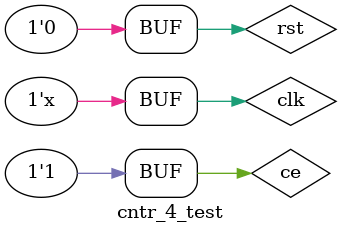
<source format=v>
`timescale 1ns / 1ps


module cntr_4_test;

	// Inputs
	reg clk;
	reg rst;
	reg ce;

	// Outputs
	wire [3:0] out;

	// Instantiate the Unit Under Test (UUT)
	cntr_4 uut (
		.clk(clk), 
		.rst(rst), 
		.ce(ce), 
		.out(out)
	);

	initial begin
		// Initialize Inputs
		clk = 0;
		rst = 1;
		ce = 0;

		// Wait 100 ns for global reset to finish
		#10;
		rst=0;
		ce = 1;
        
		// Add stimulus here

	end
	
	always #5
		clk <= ~clk;
      
endmodule


</source>
